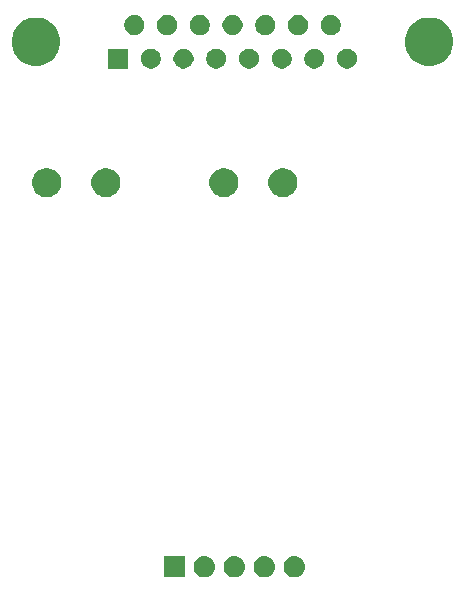
<source format=gbr>
G04 #@! TF.GenerationSoftware,KiCad,Pcbnew,(5.1.4)-1*
G04 #@! TF.CreationDate,2021-07-27T11:29:55-04:00*
G04 #@! TF.ProjectId,9000 Clock Module,39303030-2043-46c6-9f63-6b204d6f6475,rev?*
G04 #@! TF.SameCoordinates,Original*
G04 #@! TF.FileFunction,Soldermask,Bot*
G04 #@! TF.FilePolarity,Negative*
%FSLAX46Y46*%
G04 Gerber Fmt 4.6, Leading zero omitted, Abs format (unit mm)*
G04 Created by KiCad (PCBNEW (5.1.4)-1) date 2021-07-27 11:29:55*
%MOMM*%
%LPD*%
G04 APERTURE LIST*
%ADD10C,0.100000*%
G04 APERTURE END LIST*
D10*
G36*
X110940442Y-84855518D02*
G01*
X111006627Y-84862037D01*
X111176466Y-84913557D01*
X111332991Y-84997222D01*
X111368729Y-85026552D01*
X111470186Y-85109814D01*
X111553448Y-85211271D01*
X111582778Y-85247009D01*
X111666443Y-85403534D01*
X111717963Y-85573373D01*
X111735359Y-85750000D01*
X111717963Y-85926627D01*
X111666443Y-86096466D01*
X111582778Y-86252991D01*
X111553448Y-86288729D01*
X111470186Y-86390186D01*
X111368729Y-86473448D01*
X111332991Y-86502778D01*
X111176466Y-86586443D01*
X111006627Y-86637963D01*
X110940443Y-86644481D01*
X110874260Y-86651000D01*
X110785740Y-86651000D01*
X110719557Y-86644481D01*
X110653373Y-86637963D01*
X110483534Y-86586443D01*
X110327009Y-86502778D01*
X110291271Y-86473448D01*
X110189814Y-86390186D01*
X110106552Y-86288729D01*
X110077222Y-86252991D01*
X109993557Y-86096466D01*
X109942037Y-85926627D01*
X109924641Y-85750000D01*
X109942037Y-85573373D01*
X109993557Y-85403534D01*
X110077222Y-85247009D01*
X110106552Y-85211271D01*
X110189814Y-85109814D01*
X110291271Y-85026552D01*
X110327009Y-84997222D01*
X110483534Y-84913557D01*
X110653373Y-84862037D01*
X110719558Y-84855518D01*
X110785740Y-84849000D01*
X110874260Y-84849000D01*
X110940442Y-84855518D01*
X110940442Y-84855518D01*
G37*
G36*
X108400442Y-84855518D02*
G01*
X108466627Y-84862037D01*
X108636466Y-84913557D01*
X108792991Y-84997222D01*
X108828729Y-85026552D01*
X108930186Y-85109814D01*
X109013448Y-85211271D01*
X109042778Y-85247009D01*
X109126443Y-85403534D01*
X109177963Y-85573373D01*
X109195359Y-85750000D01*
X109177963Y-85926627D01*
X109126443Y-86096466D01*
X109042778Y-86252991D01*
X109013448Y-86288729D01*
X108930186Y-86390186D01*
X108828729Y-86473448D01*
X108792991Y-86502778D01*
X108636466Y-86586443D01*
X108466627Y-86637963D01*
X108400443Y-86644481D01*
X108334260Y-86651000D01*
X108245740Y-86651000D01*
X108179557Y-86644481D01*
X108113373Y-86637963D01*
X107943534Y-86586443D01*
X107787009Y-86502778D01*
X107751271Y-86473448D01*
X107649814Y-86390186D01*
X107566552Y-86288729D01*
X107537222Y-86252991D01*
X107453557Y-86096466D01*
X107402037Y-85926627D01*
X107384641Y-85750000D01*
X107402037Y-85573373D01*
X107453557Y-85403534D01*
X107537222Y-85247009D01*
X107566552Y-85211271D01*
X107649814Y-85109814D01*
X107751271Y-85026552D01*
X107787009Y-84997222D01*
X107943534Y-84913557D01*
X108113373Y-84862037D01*
X108179558Y-84855518D01*
X108245740Y-84849000D01*
X108334260Y-84849000D01*
X108400442Y-84855518D01*
X108400442Y-84855518D01*
G37*
G36*
X106651000Y-86651000D02*
G01*
X104849000Y-86651000D01*
X104849000Y-84849000D01*
X106651000Y-84849000D01*
X106651000Y-86651000D01*
X106651000Y-86651000D01*
G37*
G36*
X116020442Y-84855518D02*
G01*
X116086627Y-84862037D01*
X116256466Y-84913557D01*
X116412991Y-84997222D01*
X116448729Y-85026552D01*
X116550186Y-85109814D01*
X116633448Y-85211271D01*
X116662778Y-85247009D01*
X116746443Y-85403534D01*
X116797963Y-85573373D01*
X116815359Y-85750000D01*
X116797963Y-85926627D01*
X116746443Y-86096466D01*
X116662778Y-86252991D01*
X116633448Y-86288729D01*
X116550186Y-86390186D01*
X116448729Y-86473448D01*
X116412991Y-86502778D01*
X116256466Y-86586443D01*
X116086627Y-86637963D01*
X116020443Y-86644481D01*
X115954260Y-86651000D01*
X115865740Y-86651000D01*
X115799557Y-86644481D01*
X115733373Y-86637963D01*
X115563534Y-86586443D01*
X115407009Y-86502778D01*
X115371271Y-86473448D01*
X115269814Y-86390186D01*
X115186552Y-86288729D01*
X115157222Y-86252991D01*
X115073557Y-86096466D01*
X115022037Y-85926627D01*
X115004641Y-85750000D01*
X115022037Y-85573373D01*
X115073557Y-85403534D01*
X115157222Y-85247009D01*
X115186552Y-85211271D01*
X115269814Y-85109814D01*
X115371271Y-85026552D01*
X115407009Y-84997222D01*
X115563534Y-84913557D01*
X115733373Y-84862037D01*
X115799558Y-84855518D01*
X115865740Y-84849000D01*
X115954260Y-84849000D01*
X116020442Y-84855518D01*
X116020442Y-84855518D01*
G37*
G36*
X113480442Y-84855518D02*
G01*
X113546627Y-84862037D01*
X113716466Y-84913557D01*
X113872991Y-84997222D01*
X113908729Y-85026552D01*
X114010186Y-85109814D01*
X114093448Y-85211271D01*
X114122778Y-85247009D01*
X114206443Y-85403534D01*
X114257963Y-85573373D01*
X114275359Y-85750000D01*
X114257963Y-85926627D01*
X114206443Y-86096466D01*
X114122778Y-86252991D01*
X114093448Y-86288729D01*
X114010186Y-86390186D01*
X113908729Y-86473448D01*
X113872991Y-86502778D01*
X113716466Y-86586443D01*
X113546627Y-86637963D01*
X113480443Y-86644481D01*
X113414260Y-86651000D01*
X113325740Y-86651000D01*
X113259557Y-86644481D01*
X113193373Y-86637963D01*
X113023534Y-86586443D01*
X112867009Y-86502778D01*
X112831271Y-86473448D01*
X112729814Y-86390186D01*
X112646552Y-86288729D01*
X112617222Y-86252991D01*
X112533557Y-86096466D01*
X112482037Y-85926627D01*
X112464641Y-85750000D01*
X112482037Y-85573373D01*
X112533557Y-85403534D01*
X112617222Y-85247009D01*
X112646552Y-85211271D01*
X112729814Y-85109814D01*
X112831271Y-85026552D01*
X112867009Y-84997222D01*
X113023534Y-84913557D01*
X113193373Y-84862037D01*
X113259558Y-84855518D01*
X113325740Y-84849000D01*
X113414260Y-84849000D01*
X113480442Y-84855518D01*
X113480442Y-84855518D01*
G37*
G36*
X115307610Y-52051114D02*
G01*
X115530727Y-52143532D01*
X115530729Y-52143533D01*
X115581269Y-52177303D01*
X115731529Y-52277703D01*
X115902297Y-52448471D01*
X116036468Y-52649273D01*
X116128886Y-52872390D01*
X116176000Y-53109248D01*
X116176000Y-53350752D01*
X116128886Y-53587610D01*
X116036468Y-53810727D01*
X115902297Y-54011529D01*
X115731529Y-54182297D01*
X115581269Y-54282697D01*
X115530729Y-54316467D01*
X115530728Y-54316468D01*
X115530727Y-54316468D01*
X115307610Y-54408886D01*
X115070752Y-54456000D01*
X114829248Y-54456000D01*
X114592390Y-54408886D01*
X114369273Y-54316468D01*
X114369272Y-54316468D01*
X114369271Y-54316467D01*
X114318731Y-54282697D01*
X114168471Y-54182297D01*
X113997703Y-54011529D01*
X113863532Y-53810727D01*
X113771114Y-53587610D01*
X113724000Y-53350752D01*
X113724000Y-53109248D01*
X113771114Y-52872390D01*
X113863532Y-52649273D01*
X113997703Y-52448471D01*
X114168471Y-52277703D01*
X114318731Y-52177303D01*
X114369271Y-52143533D01*
X114369273Y-52143532D01*
X114592390Y-52051114D01*
X114829248Y-52004000D01*
X115070752Y-52004000D01*
X115307610Y-52051114D01*
X115307610Y-52051114D01*
G37*
G36*
X100307610Y-52051114D02*
G01*
X100530727Y-52143532D01*
X100530729Y-52143533D01*
X100581269Y-52177303D01*
X100731529Y-52277703D01*
X100902297Y-52448471D01*
X101036468Y-52649273D01*
X101128886Y-52872390D01*
X101176000Y-53109248D01*
X101176000Y-53350752D01*
X101128886Y-53587610D01*
X101036468Y-53810727D01*
X100902297Y-54011529D01*
X100731529Y-54182297D01*
X100581269Y-54282697D01*
X100530729Y-54316467D01*
X100530728Y-54316468D01*
X100530727Y-54316468D01*
X100307610Y-54408886D01*
X100070752Y-54456000D01*
X99829248Y-54456000D01*
X99592390Y-54408886D01*
X99369273Y-54316468D01*
X99369272Y-54316468D01*
X99369271Y-54316467D01*
X99318731Y-54282697D01*
X99168471Y-54182297D01*
X98997703Y-54011529D01*
X98863532Y-53810727D01*
X98771114Y-53587610D01*
X98724000Y-53350752D01*
X98724000Y-53109248D01*
X98771114Y-52872390D01*
X98863532Y-52649273D01*
X98997703Y-52448471D01*
X99168471Y-52277703D01*
X99318731Y-52177303D01*
X99369271Y-52143533D01*
X99369273Y-52143532D01*
X99592390Y-52051114D01*
X99829248Y-52004000D01*
X100070752Y-52004000D01*
X100307610Y-52051114D01*
X100307610Y-52051114D01*
G37*
G36*
X95307610Y-52051114D02*
G01*
X95530727Y-52143532D01*
X95530729Y-52143533D01*
X95581269Y-52177303D01*
X95731529Y-52277703D01*
X95902297Y-52448471D01*
X96036468Y-52649273D01*
X96128886Y-52872390D01*
X96176000Y-53109248D01*
X96176000Y-53350752D01*
X96128886Y-53587610D01*
X96036468Y-53810727D01*
X95902297Y-54011529D01*
X95731529Y-54182297D01*
X95581269Y-54282697D01*
X95530729Y-54316467D01*
X95530728Y-54316468D01*
X95530727Y-54316468D01*
X95307610Y-54408886D01*
X95070752Y-54456000D01*
X94829248Y-54456000D01*
X94592390Y-54408886D01*
X94369273Y-54316468D01*
X94369272Y-54316468D01*
X94369271Y-54316467D01*
X94318731Y-54282697D01*
X94168471Y-54182297D01*
X93997703Y-54011529D01*
X93863532Y-53810727D01*
X93771114Y-53587610D01*
X93724000Y-53350752D01*
X93724000Y-53109248D01*
X93771114Y-52872390D01*
X93863532Y-52649273D01*
X93997703Y-52448471D01*
X94168471Y-52277703D01*
X94318731Y-52177303D01*
X94369271Y-52143533D01*
X94369273Y-52143532D01*
X94592390Y-52051114D01*
X94829248Y-52004000D01*
X95070752Y-52004000D01*
X95307610Y-52051114D01*
X95307610Y-52051114D01*
G37*
G36*
X110307610Y-52051114D02*
G01*
X110530727Y-52143532D01*
X110530729Y-52143533D01*
X110581269Y-52177303D01*
X110731529Y-52277703D01*
X110902297Y-52448471D01*
X111036468Y-52649273D01*
X111128886Y-52872390D01*
X111176000Y-53109248D01*
X111176000Y-53350752D01*
X111128886Y-53587610D01*
X111036468Y-53810727D01*
X110902297Y-54011529D01*
X110731529Y-54182297D01*
X110581269Y-54282697D01*
X110530729Y-54316467D01*
X110530728Y-54316468D01*
X110530727Y-54316468D01*
X110307610Y-54408886D01*
X110070752Y-54456000D01*
X109829248Y-54456000D01*
X109592390Y-54408886D01*
X109369273Y-54316468D01*
X109369272Y-54316468D01*
X109369271Y-54316467D01*
X109318731Y-54282697D01*
X109168471Y-54182297D01*
X108997703Y-54011529D01*
X108863532Y-53810727D01*
X108771114Y-53587610D01*
X108724000Y-53350752D01*
X108724000Y-53109248D01*
X108771114Y-52872390D01*
X108863532Y-52649273D01*
X108997703Y-52448471D01*
X109168471Y-52277703D01*
X109318731Y-52177303D01*
X109369271Y-52143533D01*
X109369273Y-52143532D01*
X109592390Y-52051114D01*
X109829248Y-52004000D01*
X110070752Y-52004000D01*
X110307610Y-52051114D01*
X110307610Y-52051114D01*
G37*
G36*
X112318228Y-41911703D02*
G01*
X112473100Y-41975853D01*
X112612481Y-42068985D01*
X112731015Y-42187519D01*
X112824147Y-42326900D01*
X112888297Y-42481772D01*
X112921000Y-42646184D01*
X112921000Y-42813816D01*
X112888297Y-42978228D01*
X112824147Y-43133100D01*
X112731015Y-43272481D01*
X112612481Y-43391015D01*
X112473100Y-43484147D01*
X112318228Y-43548297D01*
X112153816Y-43581000D01*
X111986184Y-43581000D01*
X111821772Y-43548297D01*
X111666900Y-43484147D01*
X111527519Y-43391015D01*
X111408985Y-43272481D01*
X111315853Y-43133100D01*
X111251703Y-42978228D01*
X111219000Y-42813816D01*
X111219000Y-42646184D01*
X111251703Y-42481772D01*
X111315853Y-42326900D01*
X111408985Y-42187519D01*
X111527519Y-42068985D01*
X111666900Y-41975853D01*
X111821772Y-41911703D01*
X111986184Y-41879000D01*
X112153816Y-41879000D01*
X112318228Y-41911703D01*
X112318228Y-41911703D01*
G37*
G36*
X101841000Y-43581000D02*
G01*
X100139000Y-43581000D01*
X100139000Y-41879000D01*
X101841000Y-41879000D01*
X101841000Y-43581000D01*
X101841000Y-43581000D01*
G37*
G36*
X106778228Y-41911703D02*
G01*
X106933100Y-41975853D01*
X107072481Y-42068985D01*
X107191015Y-42187519D01*
X107284147Y-42326900D01*
X107348297Y-42481772D01*
X107381000Y-42646184D01*
X107381000Y-42813816D01*
X107348297Y-42978228D01*
X107284147Y-43133100D01*
X107191015Y-43272481D01*
X107072481Y-43391015D01*
X106933100Y-43484147D01*
X106778228Y-43548297D01*
X106613816Y-43581000D01*
X106446184Y-43581000D01*
X106281772Y-43548297D01*
X106126900Y-43484147D01*
X105987519Y-43391015D01*
X105868985Y-43272481D01*
X105775853Y-43133100D01*
X105711703Y-42978228D01*
X105679000Y-42813816D01*
X105679000Y-42646184D01*
X105711703Y-42481772D01*
X105775853Y-42326900D01*
X105868985Y-42187519D01*
X105987519Y-42068985D01*
X106126900Y-41975853D01*
X106281772Y-41911703D01*
X106446184Y-41879000D01*
X106613816Y-41879000D01*
X106778228Y-41911703D01*
X106778228Y-41911703D01*
G37*
G36*
X109548228Y-41911703D02*
G01*
X109703100Y-41975853D01*
X109842481Y-42068985D01*
X109961015Y-42187519D01*
X110054147Y-42326900D01*
X110118297Y-42481772D01*
X110151000Y-42646184D01*
X110151000Y-42813816D01*
X110118297Y-42978228D01*
X110054147Y-43133100D01*
X109961015Y-43272481D01*
X109842481Y-43391015D01*
X109703100Y-43484147D01*
X109548228Y-43548297D01*
X109383816Y-43581000D01*
X109216184Y-43581000D01*
X109051772Y-43548297D01*
X108896900Y-43484147D01*
X108757519Y-43391015D01*
X108638985Y-43272481D01*
X108545853Y-43133100D01*
X108481703Y-42978228D01*
X108449000Y-42813816D01*
X108449000Y-42646184D01*
X108481703Y-42481772D01*
X108545853Y-42326900D01*
X108638985Y-42187519D01*
X108757519Y-42068985D01*
X108896900Y-41975853D01*
X109051772Y-41911703D01*
X109216184Y-41879000D01*
X109383816Y-41879000D01*
X109548228Y-41911703D01*
X109548228Y-41911703D01*
G37*
G36*
X115088228Y-41911703D02*
G01*
X115243100Y-41975853D01*
X115382481Y-42068985D01*
X115501015Y-42187519D01*
X115594147Y-42326900D01*
X115658297Y-42481772D01*
X115691000Y-42646184D01*
X115691000Y-42813816D01*
X115658297Y-42978228D01*
X115594147Y-43133100D01*
X115501015Y-43272481D01*
X115382481Y-43391015D01*
X115243100Y-43484147D01*
X115088228Y-43548297D01*
X114923816Y-43581000D01*
X114756184Y-43581000D01*
X114591772Y-43548297D01*
X114436900Y-43484147D01*
X114297519Y-43391015D01*
X114178985Y-43272481D01*
X114085853Y-43133100D01*
X114021703Y-42978228D01*
X113989000Y-42813816D01*
X113989000Y-42646184D01*
X114021703Y-42481772D01*
X114085853Y-42326900D01*
X114178985Y-42187519D01*
X114297519Y-42068985D01*
X114436900Y-41975853D01*
X114591772Y-41911703D01*
X114756184Y-41879000D01*
X114923816Y-41879000D01*
X115088228Y-41911703D01*
X115088228Y-41911703D01*
G37*
G36*
X117858228Y-41911703D02*
G01*
X118013100Y-41975853D01*
X118152481Y-42068985D01*
X118271015Y-42187519D01*
X118364147Y-42326900D01*
X118428297Y-42481772D01*
X118461000Y-42646184D01*
X118461000Y-42813816D01*
X118428297Y-42978228D01*
X118364147Y-43133100D01*
X118271015Y-43272481D01*
X118152481Y-43391015D01*
X118013100Y-43484147D01*
X117858228Y-43548297D01*
X117693816Y-43581000D01*
X117526184Y-43581000D01*
X117361772Y-43548297D01*
X117206900Y-43484147D01*
X117067519Y-43391015D01*
X116948985Y-43272481D01*
X116855853Y-43133100D01*
X116791703Y-42978228D01*
X116759000Y-42813816D01*
X116759000Y-42646184D01*
X116791703Y-42481772D01*
X116855853Y-42326900D01*
X116948985Y-42187519D01*
X117067519Y-42068985D01*
X117206900Y-41975853D01*
X117361772Y-41911703D01*
X117526184Y-41879000D01*
X117693816Y-41879000D01*
X117858228Y-41911703D01*
X117858228Y-41911703D01*
G37*
G36*
X120628228Y-41911703D02*
G01*
X120783100Y-41975853D01*
X120922481Y-42068985D01*
X121041015Y-42187519D01*
X121134147Y-42326900D01*
X121198297Y-42481772D01*
X121231000Y-42646184D01*
X121231000Y-42813816D01*
X121198297Y-42978228D01*
X121134147Y-43133100D01*
X121041015Y-43272481D01*
X120922481Y-43391015D01*
X120783100Y-43484147D01*
X120628228Y-43548297D01*
X120463816Y-43581000D01*
X120296184Y-43581000D01*
X120131772Y-43548297D01*
X119976900Y-43484147D01*
X119837519Y-43391015D01*
X119718985Y-43272481D01*
X119625853Y-43133100D01*
X119561703Y-42978228D01*
X119529000Y-42813816D01*
X119529000Y-42646184D01*
X119561703Y-42481772D01*
X119625853Y-42326900D01*
X119718985Y-42187519D01*
X119837519Y-42068985D01*
X119976900Y-41975853D01*
X120131772Y-41911703D01*
X120296184Y-41879000D01*
X120463816Y-41879000D01*
X120628228Y-41911703D01*
X120628228Y-41911703D01*
G37*
G36*
X104008228Y-41911703D02*
G01*
X104163100Y-41975853D01*
X104302481Y-42068985D01*
X104421015Y-42187519D01*
X104514147Y-42326900D01*
X104578297Y-42481772D01*
X104611000Y-42646184D01*
X104611000Y-42813816D01*
X104578297Y-42978228D01*
X104514147Y-43133100D01*
X104421015Y-43272481D01*
X104302481Y-43391015D01*
X104163100Y-43484147D01*
X104008228Y-43548297D01*
X103843816Y-43581000D01*
X103676184Y-43581000D01*
X103511772Y-43548297D01*
X103356900Y-43484147D01*
X103217519Y-43391015D01*
X103098985Y-43272481D01*
X103005853Y-43133100D01*
X102941703Y-42978228D01*
X102909000Y-42813816D01*
X102909000Y-42646184D01*
X102941703Y-42481772D01*
X103005853Y-42326900D01*
X103098985Y-42187519D01*
X103217519Y-42068985D01*
X103356900Y-41975853D01*
X103511772Y-41911703D01*
X103676184Y-41879000D01*
X103843816Y-41879000D01*
X104008228Y-41911703D01*
X104008228Y-41911703D01*
G37*
G36*
X94633254Y-39337818D02*
G01*
X94993170Y-39486900D01*
X95006513Y-39492427D01*
X95342436Y-39716884D01*
X95628116Y-40002564D01*
X95718765Y-40138229D01*
X95852574Y-40338489D01*
X96007182Y-40711746D01*
X96086000Y-41107993D01*
X96086000Y-41512007D01*
X96007182Y-41908254D01*
X95891506Y-42187520D01*
X95852573Y-42281513D01*
X95628116Y-42617436D01*
X95342436Y-42903116D01*
X95006513Y-43127573D01*
X95006512Y-43127574D01*
X95006511Y-43127574D01*
X94633254Y-43282182D01*
X94237007Y-43361000D01*
X93832993Y-43361000D01*
X93436746Y-43282182D01*
X93063489Y-43127574D01*
X93063488Y-43127574D01*
X93063487Y-43127573D01*
X92727564Y-42903116D01*
X92441884Y-42617436D01*
X92217427Y-42281513D01*
X92178494Y-42187520D01*
X92062818Y-41908254D01*
X91984000Y-41512007D01*
X91984000Y-41107993D01*
X92062818Y-40711746D01*
X92217426Y-40338489D01*
X92351236Y-40138229D01*
X92441884Y-40002564D01*
X92727564Y-39716884D01*
X93063487Y-39492427D01*
X93076830Y-39486900D01*
X93436746Y-39337818D01*
X93832993Y-39259000D01*
X94237007Y-39259000D01*
X94633254Y-39337818D01*
X94633254Y-39337818D01*
G37*
G36*
X127933254Y-39337818D02*
G01*
X128293170Y-39486900D01*
X128306513Y-39492427D01*
X128642436Y-39716884D01*
X128928116Y-40002564D01*
X129018765Y-40138229D01*
X129152574Y-40338489D01*
X129307182Y-40711746D01*
X129386000Y-41107993D01*
X129386000Y-41512007D01*
X129307182Y-41908254D01*
X129191506Y-42187520D01*
X129152573Y-42281513D01*
X128928116Y-42617436D01*
X128642436Y-42903116D01*
X128306513Y-43127573D01*
X128306512Y-43127574D01*
X128306511Y-43127574D01*
X127933254Y-43282182D01*
X127537007Y-43361000D01*
X127132993Y-43361000D01*
X126736746Y-43282182D01*
X126363489Y-43127574D01*
X126363488Y-43127574D01*
X126363487Y-43127573D01*
X126027564Y-42903116D01*
X125741884Y-42617436D01*
X125517427Y-42281513D01*
X125478494Y-42187520D01*
X125362818Y-41908254D01*
X125284000Y-41512007D01*
X125284000Y-41107993D01*
X125362818Y-40711746D01*
X125517426Y-40338489D01*
X125651236Y-40138229D01*
X125741884Y-40002564D01*
X126027564Y-39716884D01*
X126363487Y-39492427D01*
X126376830Y-39486900D01*
X126736746Y-39337818D01*
X127132993Y-39259000D01*
X127537007Y-39259000D01*
X127933254Y-39337818D01*
X127933254Y-39337818D01*
G37*
G36*
X119243228Y-39071703D02*
G01*
X119398100Y-39135853D01*
X119537481Y-39228985D01*
X119656015Y-39347519D01*
X119749147Y-39486900D01*
X119813297Y-39641772D01*
X119846000Y-39806184D01*
X119846000Y-39973816D01*
X119813297Y-40138228D01*
X119749147Y-40293100D01*
X119656015Y-40432481D01*
X119537481Y-40551015D01*
X119398100Y-40644147D01*
X119243228Y-40708297D01*
X119078816Y-40741000D01*
X118911184Y-40741000D01*
X118746772Y-40708297D01*
X118591900Y-40644147D01*
X118452519Y-40551015D01*
X118333985Y-40432481D01*
X118240853Y-40293100D01*
X118176703Y-40138228D01*
X118144000Y-39973816D01*
X118144000Y-39806184D01*
X118176703Y-39641772D01*
X118240853Y-39486900D01*
X118333985Y-39347519D01*
X118452519Y-39228985D01*
X118591900Y-39135853D01*
X118746772Y-39071703D01*
X118911184Y-39039000D01*
X119078816Y-39039000D01*
X119243228Y-39071703D01*
X119243228Y-39071703D01*
G37*
G36*
X116473228Y-39071703D02*
G01*
X116628100Y-39135853D01*
X116767481Y-39228985D01*
X116886015Y-39347519D01*
X116979147Y-39486900D01*
X117043297Y-39641772D01*
X117076000Y-39806184D01*
X117076000Y-39973816D01*
X117043297Y-40138228D01*
X116979147Y-40293100D01*
X116886015Y-40432481D01*
X116767481Y-40551015D01*
X116628100Y-40644147D01*
X116473228Y-40708297D01*
X116308816Y-40741000D01*
X116141184Y-40741000D01*
X115976772Y-40708297D01*
X115821900Y-40644147D01*
X115682519Y-40551015D01*
X115563985Y-40432481D01*
X115470853Y-40293100D01*
X115406703Y-40138228D01*
X115374000Y-39973816D01*
X115374000Y-39806184D01*
X115406703Y-39641772D01*
X115470853Y-39486900D01*
X115563985Y-39347519D01*
X115682519Y-39228985D01*
X115821900Y-39135853D01*
X115976772Y-39071703D01*
X116141184Y-39039000D01*
X116308816Y-39039000D01*
X116473228Y-39071703D01*
X116473228Y-39071703D01*
G37*
G36*
X113703228Y-39071703D02*
G01*
X113858100Y-39135853D01*
X113997481Y-39228985D01*
X114116015Y-39347519D01*
X114209147Y-39486900D01*
X114273297Y-39641772D01*
X114306000Y-39806184D01*
X114306000Y-39973816D01*
X114273297Y-40138228D01*
X114209147Y-40293100D01*
X114116015Y-40432481D01*
X113997481Y-40551015D01*
X113858100Y-40644147D01*
X113703228Y-40708297D01*
X113538816Y-40741000D01*
X113371184Y-40741000D01*
X113206772Y-40708297D01*
X113051900Y-40644147D01*
X112912519Y-40551015D01*
X112793985Y-40432481D01*
X112700853Y-40293100D01*
X112636703Y-40138228D01*
X112604000Y-39973816D01*
X112604000Y-39806184D01*
X112636703Y-39641772D01*
X112700853Y-39486900D01*
X112793985Y-39347519D01*
X112912519Y-39228985D01*
X113051900Y-39135853D01*
X113206772Y-39071703D01*
X113371184Y-39039000D01*
X113538816Y-39039000D01*
X113703228Y-39071703D01*
X113703228Y-39071703D01*
G37*
G36*
X110933228Y-39071703D02*
G01*
X111088100Y-39135853D01*
X111227481Y-39228985D01*
X111346015Y-39347519D01*
X111439147Y-39486900D01*
X111503297Y-39641772D01*
X111536000Y-39806184D01*
X111536000Y-39973816D01*
X111503297Y-40138228D01*
X111439147Y-40293100D01*
X111346015Y-40432481D01*
X111227481Y-40551015D01*
X111088100Y-40644147D01*
X110933228Y-40708297D01*
X110768816Y-40741000D01*
X110601184Y-40741000D01*
X110436772Y-40708297D01*
X110281900Y-40644147D01*
X110142519Y-40551015D01*
X110023985Y-40432481D01*
X109930853Y-40293100D01*
X109866703Y-40138228D01*
X109834000Y-39973816D01*
X109834000Y-39806184D01*
X109866703Y-39641772D01*
X109930853Y-39486900D01*
X110023985Y-39347519D01*
X110142519Y-39228985D01*
X110281900Y-39135853D01*
X110436772Y-39071703D01*
X110601184Y-39039000D01*
X110768816Y-39039000D01*
X110933228Y-39071703D01*
X110933228Y-39071703D01*
G37*
G36*
X108163228Y-39071703D02*
G01*
X108318100Y-39135853D01*
X108457481Y-39228985D01*
X108576015Y-39347519D01*
X108669147Y-39486900D01*
X108733297Y-39641772D01*
X108766000Y-39806184D01*
X108766000Y-39973816D01*
X108733297Y-40138228D01*
X108669147Y-40293100D01*
X108576015Y-40432481D01*
X108457481Y-40551015D01*
X108318100Y-40644147D01*
X108163228Y-40708297D01*
X107998816Y-40741000D01*
X107831184Y-40741000D01*
X107666772Y-40708297D01*
X107511900Y-40644147D01*
X107372519Y-40551015D01*
X107253985Y-40432481D01*
X107160853Y-40293100D01*
X107096703Y-40138228D01*
X107064000Y-39973816D01*
X107064000Y-39806184D01*
X107096703Y-39641772D01*
X107160853Y-39486900D01*
X107253985Y-39347519D01*
X107372519Y-39228985D01*
X107511900Y-39135853D01*
X107666772Y-39071703D01*
X107831184Y-39039000D01*
X107998816Y-39039000D01*
X108163228Y-39071703D01*
X108163228Y-39071703D01*
G37*
G36*
X102623228Y-39071703D02*
G01*
X102778100Y-39135853D01*
X102917481Y-39228985D01*
X103036015Y-39347519D01*
X103129147Y-39486900D01*
X103193297Y-39641772D01*
X103226000Y-39806184D01*
X103226000Y-39973816D01*
X103193297Y-40138228D01*
X103129147Y-40293100D01*
X103036015Y-40432481D01*
X102917481Y-40551015D01*
X102778100Y-40644147D01*
X102623228Y-40708297D01*
X102458816Y-40741000D01*
X102291184Y-40741000D01*
X102126772Y-40708297D01*
X101971900Y-40644147D01*
X101832519Y-40551015D01*
X101713985Y-40432481D01*
X101620853Y-40293100D01*
X101556703Y-40138228D01*
X101524000Y-39973816D01*
X101524000Y-39806184D01*
X101556703Y-39641772D01*
X101620853Y-39486900D01*
X101713985Y-39347519D01*
X101832519Y-39228985D01*
X101971900Y-39135853D01*
X102126772Y-39071703D01*
X102291184Y-39039000D01*
X102458816Y-39039000D01*
X102623228Y-39071703D01*
X102623228Y-39071703D01*
G37*
G36*
X105393228Y-39071703D02*
G01*
X105548100Y-39135853D01*
X105687481Y-39228985D01*
X105806015Y-39347519D01*
X105899147Y-39486900D01*
X105963297Y-39641772D01*
X105996000Y-39806184D01*
X105996000Y-39973816D01*
X105963297Y-40138228D01*
X105899147Y-40293100D01*
X105806015Y-40432481D01*
X105687481Y-40551015D01*
X105548100Y-40644147D01*
X105393228Y-40708297D01*
X105228816Y-40741000D01*
X105061184Y-40741000D01*
X104896772Y-40708297D01*
X104741900Y-40644147D01*
X104602519Y-40551015D01*
X104483985Y-40432481D01*
X104390853Y-40293100D01*
X104326703Y-40138228D01*
X104294000Y-39973816D01*
X104294000Y-39806184D01*
X104326703Y-39641772D01*
X104390853Y-39486900D01*
X104483985Y-39347519D01*
X104602519Y-39228985D01*
X104741900Y-39135853D01*
X104896772Y-39071703D01*
X105061184Y-39039000D01*
X105228816Y-39039000D01*
X105393228Y-39071703D01*
X105393228Y-39071703D01*
G37*
M02*

</source>
